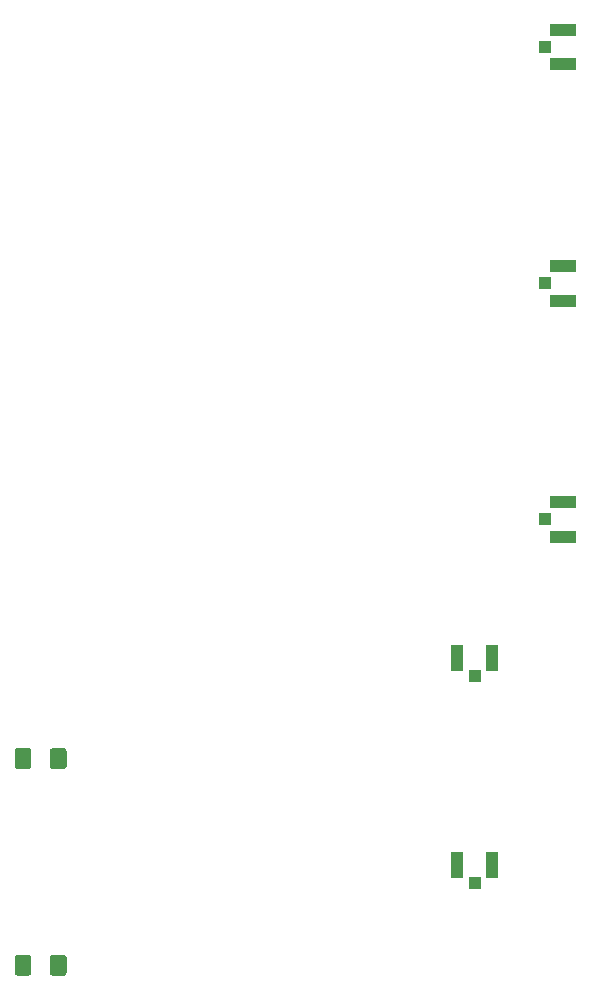
<source format=gbp>
G04 #@! TF.GenerationSoftware,KiCad,Pcbnew,(5.1.4)-1*
G04 #@! TF.CreationDate,2021-09-05T23:37:06-04:00*
G04 #@! TF.ProjectId,ground_loop_breaker,67726f75-6e64-45f6-9c6f-6f705f627265,rev?*
G04 #@! TF.SameCoordinates,Original*
G04 #@! TF.FileFunction,Paste,Bot*
G04 #@! TF.FilePolarity,Positive*
%FSLAX46Y46*%
G04 Gerber Fmt 4.6, Leading zero omitted, Abs format (unit mm)*
G04 Created by KiCad (PCBNEW (5.1.4)-1) date 2021-09-05 23:37:06*
%MOMM*%
%LPD*%
G04 APERTURE LIST*
%ADD10R,1.050000X2.200000*%
%ADD11R,1.000000X1.050000*%
%ADD12C,0.100000*%
%ADD13C,1.425000*%
%ADD14R,2.200000X1.050000*%
%ADD15R,1.050000X1.000000*%
G04 APERTURE END LIST*
D10*
X136975000Y-131025000D03*
D11*
X135500000Y-132550000D03*
D10*
X134025000Y-131025000D03*
D12*
G36*
X97749504Y-138626204D02*
G01*
X97773773Y-138629804D01*
X97797571Y-138635765D01*
X97820671Y-138644030D01*
X97842849Y-138654520D01*
X97863893Y-138667133D01*
X97883598Y-138681747D01*
X97901777Y-138698223D01*
X97918253Y-138716402D01*
X97932867Y-138736107D01*
X97945480Y-138757151D01*
X97955970Y-138779329D01*
X97964235Y-138802429D01*
X97970196Y-138826227D01*
X97973796Y-138850496D01*
X97975000Y-138875000D01*
X97975000Y-140125000D01*
X97973796Y-140149504D01*
X97970196Y-140173773D01*
X97964235Y-140197571D01*
X97955970Y-140220671D01*
X97945480Y-140242849D01*
X97932867Y-140263893D01*
X97918253Y-140283598D01*
X97901777Y-140301777D01*
X97883598Y-140318253D01*
X97863893Y-140332867D01*
X97842849Y-140345480D01*
X97820671Y-140355970D01*
X97797571Y-140364235D01*
X97773773Y-140370196D01*
X97749504Y-140373796D01*
X97725000Y-140375000D01*
X96800000Y-140375000D01*
X96775496Y-140373796D01*
X96751227Y-140370196D01*
X96727429Y-140364235D01*
X96704329Y-140355970D01*
X96682151Y-140345480D01*
X96661107Y-140332867D01*
X96641402Y-140318253D01*
X96623223Y-140301777D01*
X96606747Y-140283598D01*
X96592133Y-140263893D01*
X96579520Y-140242849D01*
X96569030Y-140220671D01*
X96560765Y-140197571D01*
X96554804Y-140173773D01*
X96551204Y-140149504D01*
X96550000Y-140125000D01*
X96550000Y-138875000D01*
X96551204Y-138850496D01*
X96554804Y-138826227D01*
X96560765Y-138802429D01*
X96569030Y-138779329D01*
X96579520Y-138757151D01*
X96592133Y-138736107D01*
X96606747Y-138716402D01*
X96623223Y-138698223D01*
X96641402Y-138681747D01*
X96661107Y-138667133D01*
X96682151Y-138654520D01*
X96704329Y-138644030D01*
X96727429Y-138635765D01*
X96751227Y-138629804D01*
X96775496Y-138626204D01*
X96800000Y-138625000D01*
X97725000Y-138625000D01*
X97749504Y-138626204D01*
X97749504Y-138626204D01*
G37*
D13*
X97262500Y-139500000D03*
D12*
G36*
X100724504Y-138626204D02*
G01*
X100748773Y-138629804D01*
X100772571Y-138635765D01*
X100795671Y-138644030D01*
X100817849Y-138654520D01*
X100838893Y-138667133D01*
X100858598Y-138681747D01*
X100876777Y-138698223D01*
X100893253Y-138716402D01*
X100907867Y-138736107D01*
X100920480Y-138757151D01*
X100930970Y-138779329D01*
X100939235Y-138802429D01*
X100945196Y-138826227D01*
X100948796Y-138850496D01*
X100950000Y-138875000D01*
X100950000Y-140125000D01*
X100948796Y-140149504D01*
X100945196Y-140173773D01*
X100939235Y-140197571D01*
X100930970Y-140220671D01*
X100920480Y-140242849D01*
X100907867Y-140263893D01*
X100893253Y-140283598D01*
X100876777Y-140301777D01*
X100858598Y-140318253D01*
X100838893Y-140332867D01*
X100817849Y-140345480D01*
X100795671Y-140355970D01*
X100772571Y-140364235D01*
X100748773Y-140370196D01*
X100724504Y-140373796D01*
X100700000Y-140375000D01*
X99775000Y-140375000D01*
X99750496Y-140373796D01*
X99726227Y-140370196D01*
X99702429Y-140364235D01*
X99679329Y-140355970D01*
X99657151Y-140345480D01*
X99636107Y-140332867D01*
X99616402Y-140318253D01*
X99598223Y-140301777D01*
X99581747Y-140283598D01*
X99567133Y-140263893D01*
X99554520Y-140242849D01*
X99544030Y-140220671D01*
X99535765Y-140197571D01*
X99529804Y-140173773D01*
X99526204Y-140149504D01*
X99525000Y-140125000D01*
X99525000Y-138875000D01*
X99526204Y-138850496D01*
X99529804Y-138826227D01*
X99535765Y-138802429D01*
X99544030Y-138779329D01*
X99554520Y-138757151D01*
X99567133Y-138736107D01*
X99581747Y-138716402D01*
X99598223Y-138698223D01*
X99616402Y-138681747D01*
X99636107Y-138667133D01*
X99657151Y-138654520D01*
X99679329Y-138644030D01*
X99702429Y-138635765D01*
X99726227Y-138629804D01*
X99750496Y-138626204D01*
X99775000Y-138625000D01*
X100700000Y-138625000D01*
X100724504Y-138626204D01*
X100724504Y-138626204D01*
G37*
D13*
X100237500Y-139500000D03*
D14*
X142975000Y-103225000D03*
D15*
X141450000Y-101750000D03*
D14*
X142975000Y-100275000D03*
X142975000Y-83225000D03*
D15*
X141450000Y-81750000D03*
D14*
X142975000Y-80275000D03*
D10*
X136975000Y-113525000D03*
D11*
X135500000Y-115050000D03*
D10*
X134025000Y-113525000D03*
D12*
G36*
X97749504Y-121126204D02*
G01*
X97773773Y-121129804D01*
X97797571Y-121135765D01*
X97820671Y-121144030D01*
X97842849Y-121154520D01*
X97863893Y-121167133D01*
X97883598Y-121181747D01*
X97901777Y-121198223D01*
X97918253Y-121216402D01*
X97932867Y-121236107D01*
X97945480Y-121257151D01*
X97955970Y-121279329D01*
X97964235Y-121302429D01*
X97970196Y-121326227D01*
X97973796Y-121350496D01*
X97975000Y-121375000D01*
X97975000Y-122625000D01*
X97973796Y-122649504D01*
X97970196Y-122673773D01*
X97964235Y-122697571D01*
X97955970Y-122720671D01*
X97945480Y-122742849D01*
X97932867Y-122763893D01*
X97918253Y-122783598D01*
X97901777Y-122801777D01*
X97883598Y-122818253D01*
X97863893Y-122832867D01*
X97842849Y-122845480D01*
X97820671Y-122855970D01*
X97797571Y-122864235D01*
X97773773Y-122870196D01*
X97749504Y-122873796D01*
X97725000Y-122875000D01*
X96800000Y-122875000D01*
X96775496Y-122873796D01*
X96751227Y-122870196D01*
X96727429Y-122864235D01*
X96704329Y-122855970D01*
X96682151Y-122845480D01*
X96661107Y-122832867D01*
X96641402Y-122818253D01*
X96623223Y-122801777D01*
X96606747Y-122783598D01*
X96592133Y-122763893D01*
X96579520Y-122742849D01*
X96569030Y-122720671D01*
X96560765Y-122697571D01*
X96554804Y-122673773D01*
X96551204Y-122649504D01*
X96550000Y-122625000D01*
X96550000Y-121375000D01*
X96551204Y-121350496D01*
X96554804Y-121326227D01*
X96560765Y-121302429D01*
X96569030Y-121279329D01*
X96579520Y-121257151D01*
X96592133Y-121236107D01*
X96606747Y-121216402D01*
X96623223Y-121198223D01*
X96641402Y-121181747D01*
X96661107Y-121167133D01*
X96682151Y-121154520D01*
X96704329Y-121144030D01*
X96727429Y-121135765D01*
X96751227Y-121129804D01*
X96775496Y-121126204D01*
X96800000Y-121125000D01*
X97725000Y-121125000D01*
X97749504Y-121126204D01*
X97749504Y-121126204D01*
G37*
D13*
X97262500Y-122000000D03*
D12*
G36*
X100724504Y-121126204D02*
G01*
X100748773Y-121129804D01*
X100772571Y-121135765D01*
X100795671Y-121144030D01*
X100817849Y-121154520D01*
X100838893Y-121167133D01*
X100858598Y-121181747D01*
X100876777Y-121198223D01*
X100893253Y-121216402D01*
X100907867Y-121236107D01*
X100920480Y-121257151D01*
X100930970Y-121279329D01*
X100939235Y-121302429D01*
X100945196Y-121326227D01*
X100948796Y-121350496D01*
X100950000Y-121375000D01*
X100950000Y-122625000D01*
X100948796Y-122649504D01*
X100945196Y-122673773D01*
X100939235Y-122697571D01*
X100930970Y-122720671D01*
X100920480Y-122742849D01*
X100907867Y-122763893D01*
X100893253Y-122783598D01*
X100876777Y-122801777D01*
X100858598Y-122818253D01*
X100838893Y-122832867D01*
X100817849Y-122845480D01*
X100795671Y-122855970D01*
X100772571Y-122864235D01*
X100748773Y-122870196D01*
X100724504Y-122873796D01*
X100700000Y-122875000D01*
X99775000Y-122875000D01*
X99750496Y-122873796D01*
X99726227Y-122870196D01*
X99702429Y-122864235D01*
X99679329Y-122855970D01*
X99657151Y-122845480D01*
X99636107Y-122832867D01*
X99616402Y-122818253D01*
X99598223Y-122801777D01*
X99581747Y-122783598D01*
X99567133Y-122763893D01*
X99554520Y-122742849D01*
X99544030Y-122720671D01*
X99535765Y-122697571D01*
X99529804Y-122673773D01*
X99526204Y-122649504D01*
X99525000Y-122625000D01*
X99525000Y-121375000D01*
X99526204Y-121350496D01*
X99529804Y-121326227D01*
X99535765Y-121302429D01*
X99544030Y-121279329D01*
X99554520Y-121257151D01*
X99567133Y-121236107D01*
X99581747Y-121216402D01*
X99598223Y-121198223D01*
X99616402Y-121181747D01*
X99636107Y-121167133D01*
X99657151Y-121154520D01*
X99679329Y-121144030D01*
X99702429Y-121135765D01*
X99726227Y-121129804D01*
X99750496Y-121126204D01*
X99775000Y-121125000D01*
X100700000Y-121125000D01*
X100724504Y-121126204D01*
X100724504Y-121126204D01*
G37*
D13*
X100237500Y-122000000D03*
D14*
X142975000Y-63225000D03*
D15*
X141450000Y-61750000D03*
D14*
X142975000Y-60275000D03*
M02*

</source>
